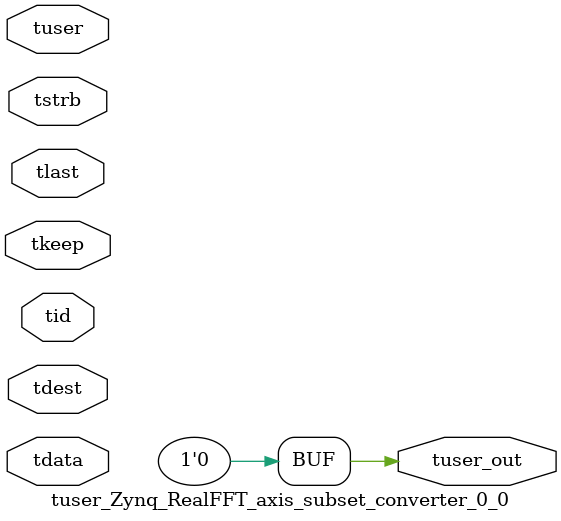
<source format=v>


`timescale 1ps/1ps

module tuser_Zynq_RealFFT_axis_subset_converter_0_0 #
(
parameter C_S_AXIS_TUSER_WIDTH = 1,
parameter C_S_AXIS_TDATA_WIDTH = 32,
parameter C_S_AXIS_TID_WIDTH   = 0,
parameter C_S_AXIS_TDEST_WIDTH = 0,
parameter C_M_AXIS_TUSER_WIDTH = 1
)
(
input  [(C_S_AXIS_TUSER_WIDTH == 0 ? 1 : C_S_AXIS_TUSER_WIDTH)-1:0     ] tuser,
input  [(C_S_AXIS_TDATA_WIDTH == 0 ? 1 : C_S_AXIS_TDATA_WIDTH)-1:0     ] tdata,
input  [(C_S_AXIS_TID_WIDTH   == 0 ? 1 : C_S_AXIS_TID_WIDTH)-1:0       ] tid,
input  [(C_S_AXIS_TDEST_WIDTH == 0 ? 1 : C_S_AXIS_TDEST_WIDTH)-1:0     ] tdest,
input  [(C_S_AXIS_TDATA_WIDTH/8)-1:0 ] tkeep,
input  [(C_S_AXIS_TDATA_WIDTH/8)-1:0 ] tstrb,
input                                                                    tlast,
output [C_M_AXIS_TUSER_WIDTH-1:0] tuser_out
);

assign tuser_out = {1'b0};

endmodule


</source>
